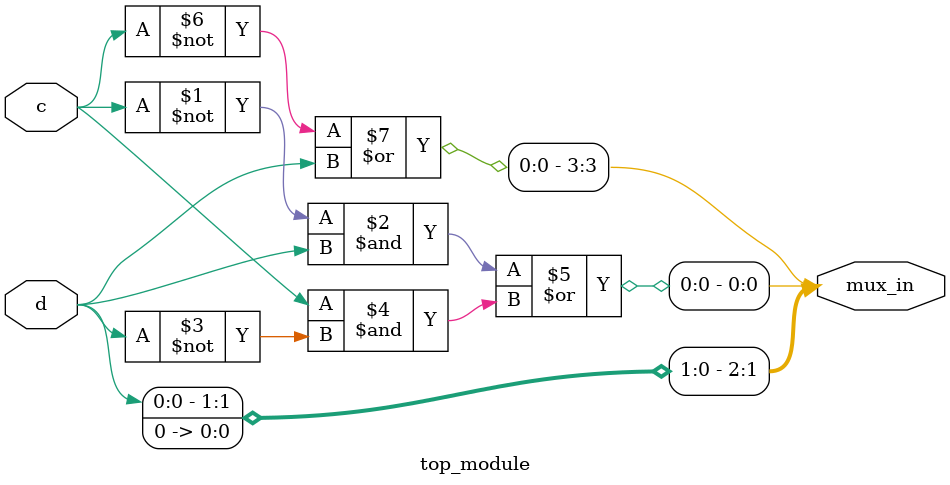
<source format=sv>
module top_module (
	input c,
	input d,
	output [3:0] mux_in
);

    // Generating mux inputs based on the Karnaugh map
    // ab = 00
    assign mux_in[0] = ~c & d | c & ~d;
    
    // ab = 01
    assign mux_in[1] = 0;
    
    // ab = 11
    assign mux_in[2] = d;
    
    // ab = 10
    assign mux_in[3] = ~c | d;

endmodule

</source>
